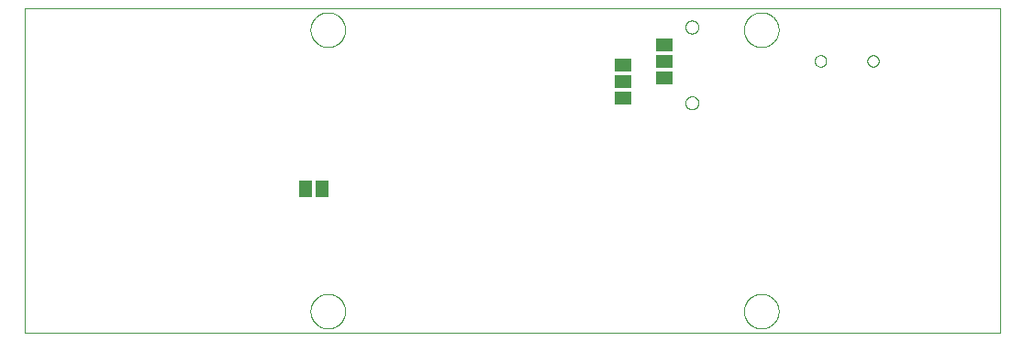
<source format=gbp>
G75*
%MOIN*%
%OFA0B0*%
%FSLAX25Y25*%
%IPPOS*%
%LPD*%
%AMOC8*
5,1,8,0,0,1.08239X$1,22.5*
%
%ADD10C,0.00000*%
%ADD11R,0.04600X0.06300*%
%ADD12R,0.06300X0.04600*%
D10*
X0001600Y0002700D02*
X0001600Y0120810D01*
X0355931Y0120810D01*
X0355931Y0002700D01*
X0001600Y0002700D01*
X0105537Y0010574D02*
X0105539Y0010732D01*
X0105545Y0010890D01*
X0105555Y0011048D01*
X0105569Y0011206D01*
X0105587Y0011363D01*
X0105608Y0011520D01*
X0105634Y0011676D01*
X0105664Y0011832D01*
X0105697Y0011987D01*
X0105735Y0012140D01*
X0105776Y0012293D01*
X0105821Y0012445D01*
X0105870Y0012596D01*
X0105923Y0012745D01*
X0105979Y0012893D01*
X0106039Y0013039D01*
X0106103Y0013184D01*
X0106171Y0013327D01*
X0106242Y0013469D01*
X0106316Y0013609D01*
X0106394Y0013746D01*
X0106476Y0013882D01*
X0106560Y0014016D01*
X0106649Y0014147D01*
X0106740Y0014276D01*
X0106835Y0014403D01*
X0106932Y0014528D01*
X0107033Y0014650D01*
X0107137Y0014769D01*
X0107244Y0014886D01*
X0107354Y0015000D01*
X0107467Y0015111D01*
X0107582Y0015220D01*
X0107700Y0015325D01*
X0107821Y0015427D01*
X0107944Y0015527D01*
X0108070Y0015623D01*
X0108198Y0015716D01*
X0108328Y0015806D01*
X0108461Y0015892D01*
X0108596Y0015976D01*
X0108732Y0016055D01*
X0108871Y0016132D01*
X0109012Y0016204D01*
X0109154Y0016274D01*
X0109298Y0016339D01*
X0109444Y0016401D01*
X0109591Y0016459D01*
X0109740Y0016514D01*
X0109890Y0016565D01*
X0110041Y0016612D01*
X0110193Y0016655D01*
X0110346Y0016694D01*
X0110501Y0016730D01*
X0110656Y0016761D01*
X0110812Y0016789D01*
X0110968Y0016813D01*
X0111125Y0016833D01*
X0111283Y0016849D01*
X0111440Y0016861D01*
X0111599Y0016869D01*
X0111757Y0016873D01*
X0111915Y0016873D01*
X0112073Y0016869D01*
X0112232Y0016861D01*
X0112389Y0016849D01*
X0112547Y0016833D01*
X0112704Y0016813D01*
X0112860Y0016789D01*
X0113016Y0016761D01*
X0113171Y0016730D01*
X0113326Y0016694D01*
X0113479Y0016655D01*
X0113631Y0016612D01*
X0113782Y0016565D01*
X0113932Y0016514D01*
X0114081Y0016459D01*
X0114228Y0016401D01*
X0114374Y0016339D01*
X0114518Y0016274D01*
X0114660Y0016204D01*
X0114801Y0016132D01*
X0114940Y0016055D01*
X0115076Y0015976D01*
X0115211Y0015892D01*
X0115344Y0015806D01*
X0115474Y0015716D01*
X0115602Y0015623D01*
X0115728Y0015527D01*
X0115851Y0015427D01*
X0115972Y0015325D01*
X0116090Y0015220D01*
X0116205Y0015111D01*
X0116318Y0015000D01*
X0116428Y0014886D01*
X0116535Y0014769D01*
X0116639Y0014650D01*
X0116740Y0014528D01*
X0116837Y0014403D01*
X0116932Y0014276D01*
X0117023Y0014147D01*
X0117112Y0014016D01*
X0117196Y0013882D01*
X0117278Y0013746D01*
X0117356Y0013609D01*
X0117430Y0013469D01*
X0117501Y0013327D01*
X0117569Y0013184D01*
X0117633Y0013039D01*
X0117693Y0012893D01*
X0117749Y0012745D01*
X0117802Y0012596D01*
X0117851Y0012445D01*
X0117896Y0012293D01*
X0117937Y0012140D01*
X0117975Y0011987D01*
X0118008Y0011832D01*
X0118038Y0011676D01*
X0118064Y0011520D01*
X0118085Y0011363D01*
X0118103Y0011206D01*
X0118117Y0011048D01*
X0118127Y0010890D01*
X0118133Y0010732D01*
X0118135Y0010574D01*
X0118133Y0010416D01*
X0118127Y0010258D01*
X0118117Y0010100D01*
X0118103Y0009942D01*
X0118085Y0009785D01*
X0118064Y0009628D01*
X0118038Y0009472D01*
X0118008Y0009316D01*
X0117975Y0009161D01*
X0117937Y0009008D01*
X0117896Y0008855D01*
X0117851Y0008703D01*
X0117802Y0008552D01*
X0117749Y0008403D01*
X0117693Y0008255D01*
X0117633Y0008109D01*
X0117569Y0007964D01*
X0117501Y0007821D01*
X0117430Y0007679D01*
X0117356Y0007539D01*
X0117278Y0007402D01*
X0117196Y0007266D01*
X0117112Y0007132D01*
X0117023Y0007001D01*
X0116932Y0006872D01*
X0116837Y0006745D01*
X0116740Y0006620D01*
X0116639Y0006498D01*
X0116535Y0006379D01*
X0116428Y0006262D01*
X0116318Y0006148D01*
X0116205Y0006037D01*
X0116090Y0005928D01*
X0115972Y0005823D01*
X0115851Y0005721D01*
X0115728Y0005621D01*
X0115602Y0005525D01*
X0115474Y0005432D01*
X0115344Y0005342D01*
X0115211Y0005256D01*
X0115076Y0005172D01*
X0114940Y0005093D01*
X0114801Y0005016D01*
X0114660Y0004944D01*
X0114518Y0004874D01*
X0114374Y0004809D01*
X0114228Y0004747D01*
X0114081Y0004689D01*
X0113932Y0004634D01*
X0113782Y0004583D01*
X0113631Y0004536D01*
X0113479Y0004493D01*
X0113326Y0004454D01*
X0113171Y0004418D01*
X0113016Y0004387D01*
X0112860Y0004359D01*
X0112704Y0004335D01*
X0112547Y0004315D01*
X0112389Y0004299D01*
X0112232Y0004287D01*
X0112073Y0004279D01*
X0111915Y0004275D01*
X0111757Y0004275D01*
X0111599Y0004279D01*
X0111440Y0004287D01*
X0111283Y0004299D01*
X0111125Y0004315D01*
X0110968Y0004335D01*
X0110812Y0004359D01*
X0110656Y0004387D01*
X0110501Y0004418D01*
X0110346Y0004454D01*
X0110193Y0004493D01*
X0110041Y0004536D01*
X0109890Y0004583D01*
X0109740Y0004634D01*
X0109591Y0004689D01*
X0109444Y0004747D01*
X0109298Y0004809D01*
X0109154Y0004874D01*
X0109012Y0004944D01*
X0108871Y0005016D01*
X0108732Y0005093D01*
X0108596Y0005172D01*
X0108461Y0005256D01*
X0108328Y0005342D01*
X0108198Y0005432D01*
X0108070Y0005525D01*
X0107944Y0005621D01*
X0107821Y0005721D01*
X0107700Y0005823D01*
X0107582Y0005928D01*
X0107467Y0006037D01*
X0107354Y0006148D01*
X0107244Y0006262D01*
X0107137Y0006379D01*
X0107033Y0006498D01*
X0106932Y0006620D01*
X0106835Y0006745D01*
X0106740Y0006872D01*
X0106649Y0007001D01*
X0106560Y0007132D01*
X0106476Y0007266D01*
X0106394Y0007402D01*
X0106316Y0007539D01*
X0106242Y0007679D01*
X0106171Y0007821D01*
X0106103Y0007964D01*
X0106039Y0008109D01*
X0105979Y0008255D01*
X0105923Y0008403D01*
X0105870Y0008552D01*
X0105821Y0008703D01*
X0105776Y0008855D01*
X0105735Y0009008D01*
X0105697Y0009161D01*
X0105664Y0009316D01*
X0105634Y0009472D01*
X0105608Y0009628D01*
X0105587Y0009785D01*
X0105569Y0009942D01*
X0105555Y0010100D01*
X0105545Y0010258D01*
X0105539Y0010416D01*
X0105537Y0010574D01*
X0263018Y0010574D02*
X0263020Y0010732D01*
X0263026Y0010890D01*
X0263036Y0011048D01*
X0263050Y0011206D01*
X0263068Y0011363D01*
X0263089Y0011520D01*
X0263115Y0011676D01*
X0263145Y0011832D01*
X0263178Y0011987D01*
X0263216Y0012140D01*
X0263257Y0012293D01*
X0263302Y0012445D01*
X0263351Y0012596D01*
X0263404Y0012745D01*
X0263460Y0012893D01*
X0263520Y0013039D01*
X0263584Y0013184D01*
X0263652Y0013327D01*
X0263723Y0013469D01*
X0263797Y0013609D01*
X0263875Y0013746D01*
X0263957Y0013882D01*
X0264041Y0014016D01*
X0264130Y0014147D01*
X0264221Y0014276D01*
X0264316Y0014403D01*
X0264413Y0014528D01*
X0264514Y0014650D01*
X0264618Y0014769D01*
X0264725Y0014886D01*
X0264835Y0015000D01*
X0264948Y0015111D01*
X0265063Y0015220D01*
X0265181Y0015325D01*
X0265302Y0015427D01*
X0265425Y0015527D01*
X0265551Y0015623D01*
X0265679Y0015716D01*
X0265809Y0015806D01*
X0265942Y0015892D01*
X0266077Y0015976D01*
X0266213Y0016055D01*
X0266352Y0016132D01*
X0266493Y0016204D01*
X0266635Y0016274D01*
X0266779Y0016339D01*
X0266925Y0016401D01*
X0267072Y0016459D01*
X0267221Y0016514D01*
X0267371Y0016565D01*
X0267522Y0016612D01*
X0267674Y0016655D01*
X0267827Y0016694D01*
X0267982Y0016730D01*
X0268137Y0016761D01*
X0268293Y0016789D01*
X0268449Y0016813D01*
X0268606Y0016833D01*
X0268764Y0016849D01*
X0268921Y0016861D01*
X0269080Y0016869D01*
X0269238Y0016873D01*
X0269396Y0016873D01*
X0269554Y0016869D01*
X0269713Y0016861D01*
X0269870Y0016849D01*
X0270028Y0016833D01*
X0270185Y0016813D01*
X0270341Y0016789D01*
X0270497Y0016761D01*
X0270652Y0016730D01*
X0270807Y0016694D01*
X0270960Y0016655D01*
X0271112Y0016612D01*
X0271263Y0016565D01*
X0271413Y0016514D01*
X0271562Y0016459D01*
X0271709Y0016401D01*
X0271855Y0016339D01*
X0271999Y0016274D01*
X0272141Y0016204D01*
X0272282Y0016132D01*
X0272421Y0016055D01*
X0272557Y0015976D01*
X0272692Y0015892D01*
X0272825Y0015806D01*
X0272955Y0015716D01*
X0273083Y0015623D01*
X0273209Y0015527D01*
X0273332Y0015427D01*
X0273453Y0015325D01*
X0273571Y0015220D01*
X0273686Y0015111D01*
X0273799Y0015000D01*
X0273909Y0014886D01*
X0274016Y0014769D01*
X0274120Y0014650D01*
X0274221Y0014528D01*
X0274318Y0014403D01*
X0274413Y0014276D01*
X0274504Y0014147D01*
X0274593Y0014016D01*
X0274677Y0013882D01*
X0274759Y0013746D01*
X0274837Y0013609D01*
X0274911Y0013469D01*
X0274982Y0013327D01*
X0275050Y0013184D01*
X0275114Y0013039D01*
X0275174Y0012893D01*
X0275230Y0012745D01*
X0275283Y0012596D01*
X0275332Y0012445D01*
X0275377Y0012293D01*
X0275418Y0012140D01*
X0275456Y0011987D01*
X0275489Y0011832D01*
X0275519Y0011676D01*
X0275545Y0011520D01*
X0275566Y0011363D01*
X0275584Y0011206D01*
X0275598Y0011048D01*
X0275608Y0010890D01*
X0275614Y0010732D01*
X0275616Y0010574D01*
X0275614Y0010416D01*
X0275608Y0010258D01*
X0275598Y0010100D01*
X0275584Y0009942D01*
X0275566Y0009785D01*
X0275545Y0009628D01*
X0275519Y0009472D01*
X0275489Y0009316D01*
X0275456Y0009161D01*
X0275418Y0009008D01*
X0275377Y0008855D01*
X0275332Y0008703D01*
X0275283Y0008552D01*
X0275230Y0008403D01*
X0275174Y0008255D01*
X0275114Y0008109D01*
X0275050Y0007964D01*
X0274982Y0007821D01*
X0274911Y0007679D01*
X0274837Y0007539D01*
X0274759Y0007402D01*
X0274677Y0007266D01*
X0274593Y0007132D01*
X0274504Y0007001D01*
X0274413Y0006872D01*
X0274318Y0006745D01*
X0274221Y0006620D01*
X0274120Y0006498D01*
X0274016Y0006379D01*
X0273909Y0006262D01*
X0273799Y0006148D01*
X0273686Y0006037D01*
X0273571Y0005928D01*
X0273453Y0005823D01*
X0273332Y0005721D01*
X0273209Y0005621D01*
X0273083Y0005525D01*
X0272955Y0005432D01*
X0272825Y0005342D01*
X0272692Y0005256D01*
X0272557Y0005172D01*
X0272421Y0005093D01*
X0272282Y0005016D01*
X0272141Y0004944D01*
X0271999Y0004874D01*
X0271855Y0004809D01*
X0271709Y0004747D01*
X0271562Y0004689D01*
X0271413Y0004634D01*
X0271263Y0004583D01*
X0271112Y0004536D01*
X0270960Y0004493D01*
X0270807Y0004454D01*
X0270652Y0004418D01*
X0270497Y0004387D01*
X0270341Y0004359D01*
X0270185Y0004335D01*
X0270028Y0004315D01*
X0269870Y0004299D01*
X0269713Y0004287D01*
X0269554Y0004279D01*
X0269396Y0004275D01*
X0269238Y0004275D01*
X0269080Y0004279D01*
X0268921Y0004287D01*
X0268764Y0004299D01*
X0268606Y0004315D01*
X0268449Y0004335D01*
X0268293Y0004359D01*
X0268137Y0004387D01*
X0267982Y0004418D01*
X0267827Y0004454D01*
X0267674Y0004493D01*
X0267522Y0004536D01*
X0267371Y0004583D01*
X0267221Y0004634D01*
X0267072Y0004689D01*
X0266925Y0004747D01*
X0266779Y0004809D01*
X0266635Y0004874D01*
X0266493Y0004944D01*
X0266352Y0005016D01*
X0266213Y0005093D01*
X0266077Y0005172D01*
X0265942Y0005256D01*
X0265809Y0005342D01*
X0265679Y0005432D01*
X0265551Y0005525D01*
X0265425Y0005621D01*
X0265302Y0005721D01*
X0265181Y0005823D01*
X0265063Y0005928D01*
X0264948Y0006037D01*
X0264835Y0006148D01*
X0264725Y0006262D01*
X0264618Y0006379D01*
X0264514Y0006498D01*
X0264413Y0006620D01*
X0264316Y0006745D01*
X0264221Y0006872D01*
X0264130Y0007001D01*
X0264041Y0007132D01*
X0263957Y0007266D01*
X0263875Y0007402D01*
X0263797Y0007539D01*
X0263723Y0007679D01*
X0263652Y0007821D01*
X0263584Y0007964D01*
X0263520Y0008109D01*
X0263460Y0008255D01*
X0263404Y0008403D01*
X0263351Y0008552D01*
X0263302Y0008703D01*
X0263257Y0008855D01*
X0263216Y0009008D01*
X0263178Y0009161D01*
X0263145Y0009316D01*
X0263115Y0009472D01*
X0263089Y0009628D01*
X0263068Y0009785D01*
X0263050Y0009942D01*
X0263036Y0010100D01*
X0263026Y0010258D01*
X0263020Y0010416D01*
X0263018Y0010574D01*
X0241738Y0086342D02*
X0241740Y0086439D01*
X0241746Y0086536D01*
X0241756Y0086632D01*
X0241770Y0086728D01*
X0241788Y0086824D01*
X0241809Y0086918D01*
X0241835Y0087012D01*
X0241864Y0087104D01*
X0241898Y0087195D01*
X0241934Y0087285D01*
X0241975Y0087373D01*
X0242019Y0087459D01*
X0242067Y0087544D01*
X0242118Y0087626D01*
X0242172Y0087707D01*
X0242230Y0087785D01*
X0242291Y0087860D01*
X0242354Y0087933D01*
X0242421Y0088004D01*
X0242491Y0088071D01*
X0242563Y0088136D01*
X0242638Y0088197D01*
X0242716Y0088256D01*
X0242795Y0088311D01*
X0242877Y0088363D01*
X0242961Y0088411D01*
X0243047Y0088456D01*
X0243135Y0088498D01*
X0243224Y0088536D01*
X0243315Y0088570D01*
X0243407Y0088600D01*
X0243500Y0088627D01*
X0243595Y0088649D01*
X0243690Y0088668D01*
X0243786Y0088683D01*
X0243882Y0088694D01*
X0243979Y0088701D01*
X0244076Y0088704D01*
X0244173Y0088703D01*
X0244270Y0088698D01*
X0244366Y0088689D01*
X0244462Y0088676D01*
X0244558Y0088659D01*
X0244653Y0088638D01*
X0244746Y0088614D01*
X0244839Y0088585D01*
X0244931Y0088553D01*
X0245021Y0088517D01*
X0245109Y0088478D01*
X0245196Y0088434D01*
X0245281Y0088388D01*
X0245364Y0088337D01*
X0245445Y0088284D01*
X0245523Y0088227D01*
X0245600Y0088167D01*
X0245673Y0088104D01*
X0245744Y0088038D01*
X0245812Y0087969D01*
X0245878Y0087897D01*
X0245940Y0087823D01*
X0245999Y0087746D01*
X0246055Y0087667D01*
X0246108Y0087585D01*
X0246158Y0087502D01*
X0246203Y0087416D01*
X0246246Y0087329D01*
X0246285Y0087240D01*
X0246320Y0087150D01*
X0246351Y0087058D01*
X0246378Y0086965D01*
X0246402Y0086871D01*
X0246422Y0086776D01*
X0246438Y0086680D01*
X0246450Y0086584D01*
X0246458Y0086487D01*
X0246462Y0086390D01*
X0246462Y0086294D01*
X0246458Y0086197D01*
X0246450Y0086100D01*
X0246438Y0086004D01*
X0246422Y0085908D01*
X0246402Y0085813D01*
X0246378Y0085719D01*
X0246351Y0085626D01*
X0246320Y0085534D01*
X0246285Y0085444D01*
X0246246Y0085355D01*
X0246203Y0085268D01*
X0246158Y0085182D01*
X0246108Y0085099D01*
X0246055Y0085017D01*
X0245999Y0084938D01*
X0245940Y0084861D01*
X0245878Y0084787D01*
X0245812Y0084715D01*
X0245744Y0084646D01*
X0245673Y0084580D01*
X0245600Y0084517D01*
X0245523Y0084457D01*
X0245445Y0084400D01*
X0245364Y0084347D01*
X0245281Y0084296D01*
X0245196Y0084250D01*
X0245109Y0084206D01*
X0245021Y0084167D01*
X0244931Y0084131D01*
X0244839Y0084099D01*
X0244746Y0084070D01*
X0244653Y0084046D01*
X0244558Y0084025D01*
X0244462Y0084008D01*
X0244366Y0083995D01*
X0244270Y0083986D01*
X0244173Y0083981D01*
X0244076Y0083980D01*
X0243979Y0083983D01*
X0243882Y0083990D01*
X0243786Y0084001D01*
X0243690Y0084016D01*
X0243595Y0084035D01*
X0243500Y0084057D01*
X0243407Y0084084D01*
X0243315Y0084114D01*
X0243224Y0084148D01*
X0243135Y0084186D01*
X0243047Y0084228D01*
X0242961Y0084273D01*
X0242877Y0084321D01*
X0242795Y0084373D01*
X0242716Y0084428D01*
X0242638Y0084487D01*
X0242563Y0084548D01*
X0242491Y0084613D01*
X0242421Y0084680D01*
X0242354Y0084751D01*
X0242291Y0084824D01*
X0242230Y0084899D01*
X0242172Y0084977D01*
X0242118Y0085058D01*
X0242067Y0085140D01*
X0242019Y0085225D01*
X0241975Y0085311D01*
X0241934Y0085399D01*
X0241898Y0085489D01*
X0241864Y0085580D01*
X0241835Y0085672D01*
X0241809Y0085766D01*
X0241788Y0085860D01*
X0241770Y0085956D01*
X0241756Y0086052D01*
X0241746Y0086148D01*
X0241740Y0086245D01*
X0241738Y0086342D01*
X0288736Y0101578D02*
X0288738Y0101669D01*
X0288744Y0101759D01*
X0288754Y0101850D01*
X0288768Y0101939D01*
X0288786Y0102028D01*
X0288807Y0102117D01*
X0288833Y0102204D01*
X0288862Y0102290D01*
X0288896Y0102374D01*
X0288932Y0102457D01*
X0288973Y0102539D01*
X0289017Y0102618D01*
X0289064Y0102696D01*
X0289115Y0102771D01*
X0289169Y0102844D01*
X0289226Y0102914D01*
X0289286Y0102982D01*
X0289349Y0103048D01*
X0289415Y0103110D01*
X0289484Y0103169D01*
X0289555Y0103226D01*
X0289629Y0103279D01*
X0289705Y0103329D01*
X0289783Y0103376D01*
X0289863Y0103419D01*
X0289944Y0103458D01*
X0290028Y0103494D01*
X0290113Y0103526D01*
X0290199Y0103555D01*
X0290286Y0103579D01*
X0290375Y0103600D01*
X0290464Y0103617D01*
X0290554Y0103630D01*
X0290644Y0103639D01*
X0290735Y0103644D01*
X0290826Y0103645D01*
X0290916Y0103642D01*
X0291007Y0103635D01*
X0291097Y0103624D01*
X0291187Y0103609D01*
X0291276Y0103590D01*
X0291364Y0103568D01*
X0291450Y0103541D01*
X0291536Y0103511D01*
X0291620Y0103477D01*
X0291703Y0103439D01*
X0291784Y0103398D01*
X0291863Y0103353D01*
X0291940Y0103304D01*
X0292014Y0103253D01*
X0292087Y0103198D01*
X0292157Y0103140D01*
X0292224Y0103079D01*
X0292288Y0103015D01*
X0292350Y0102949D01*
X0292409Y0102879D01*
X0292464Y0102808D01*
X0292517Y0102733D01*
X0292566Y0102657D01*
X0292612Y0102579D01*
X0292654Y0102498D01*
X0292693Y0102416D01*
X0292728Y0102332D01*
X0292759Y0102247D01*
X0292786Y0102160D01*
X0292810Y0102073D01*
X0292830Y0101984D01*
X0292846Y0101895D01*
X0292858Y0101805D01*
X0292866Y0101714D01*
X0292870Y0101623D01*
X0292870Y0101533D01*
X0292866Y0101442D01*
X0292858Y0101351D01*
X0292846Y0101261D01*
X0292830Y0101172D01*
X0292810Y0101083D01*
X0292786Y0100996D01*
X0292759Y0100909D01*
X0292728Y0100824D01*
X0292693Y0100740D01*
X0292654Y0100658D01*
X0292612Y0100577D01*
X0292566Y0100499D01*
X0292517Y0100423D01*
X0292464Y0100348D01*
X0292409Y0100277D01*
X0292350Y0100207D01*
X0292288Y0100141D01*
X0292224Y0100077D01*
X0292157Y0100016D01*
X0292087Y0099958D01*
X0292014Y0099903D01*
X0291940Y0099852D01*
X0291863Y0099803D01*
X0291784Y0099758D01*
X0291703Y0099717D01*
X0291620Y0099679D01*
X0291536Y0099645D01*
X0291450Y0099615D01*
X0291364Y0099588D01*
X0291276Y0099566D01*
X0291187Y0099547D01*
X0291097Y0099532D01*
X0291007Y0099521D01*
X0290916Y0099514D01*
X0290826Y0099511D01*
X0290735Y0099512D01*
X0290644Y0099517D01*
X0290554Y0099526D01*
X0290464Y0099539D01*
X0290375Y0099556D01*
X0290286Y0099577D01*
X0290199Y0099601D01*
X0290113Y0099630D01*
X0290028Y0099662D01*
X0289944Y0099698D01*
X0289863Y0099737D01*
X0289783Y0099780D01*
X0289705Y0099827D01*
X0289629Y0099877D01*
X0289555Y0099930D01*
X0289484Y0099987D01*
X0289415Y0100046D01*
X0289349Y0100108D01*
X0289286Y0100174D01*
X0289226Y0100242D01*
X0289169Y0100312D01*
X0289115Y0100385D01*
X0289064Y0100460D01*
X0289017Y0100538D01*
X0288973Y0100617D01*
X0288932Y0100699D01*
X0288896Y0100782D01*
X0288862Y0100866D01*
X0288833Y0100952D01*
X0288807Y0101039D01*
X0288786Y0101128D01*
X0288768Y0101217D01*
X0288754Y0101306D01*
X0288744Y0101397D01*
X0288738Y0101487D01*
X0288736Y0101578D01*
X0307830Y0101578D02*
X0307832Y0101669D01*
X0307838Y0101759D01*
X0307848Y0101850D01*
X0307862Y0101939D01*
X0307880Y0102028D01*
X0307901Y0102117D01*
X0307927Y0102204D01*
X0307956Y0102290D01*
X0307990Y0102374D01*
X0308026Y0102457D01*
X0308067Y0102539D01*
X0308111Y0102618D01*
X0308158Y0102696D01*
X0308209Y0102771D01*
X0308263Y0102844D01*
X0308320Y0102914D01*
X0308380Y0102982D01*
X0308443Y0103048D01*
X0308509Y0103110D01*
X0308578Y0103169D01*
X0308649Y0103226D01*
X0308723Y0103279D01*
X0308799Y0103329D01*
X0308877Y0103376D01*
X0308957Y0103419D01*
X0309038Y0103458D01*
X0309122Y0103494D01*
X0309207Y0103526D01*
X0309293Y0103555D01*
X0309380Y0103579D01*
X0309469Y0103600D01*
X0309558Y0103617D01*
X0309648Y0103630D01*
X0309738Y0103639D01*
X0309829Y0103644D01*
X0309920Y0103645D01*
X0310010Y0103642D01*
X0310101Y0103635D01*
X0310191Y0103624D01*
X0310281Y0103609D01*
X0310370Y0103590D01*
X0310458Y0103568D01*
X0310544Y0103541D01*
X0310630Y0103511D01*
X0310714Y0103477D01*
X0310797Y0103439D01*
X0310878Y0103398D01*
X0310957Y0103353D01*
X0311034Y0103304D01*
X0311108Y0103253D01*
X0311181Y0103198D01*
X0311251Y0103140D01*
X0311318Y0103079D01*
X0311382Y0103015D01*
X0311444Y0102949D01*
X0311503Y0102879D01*
X0311558Y0102808D01*
X0311611Y0102733D01*
X0311660Y0102657D01*
X0311706Y0102579D01*
X0311748Y0102498D01*
X0311787Y0102416D01*
X0311822Y0102332D01*
X0311853Y0102247D01*
X0311880Y0102160D01*
X0311904Y0102073D01*
X0311924Y0101984D01*
X0311940Y0101895D01*
X0311952Y0101805D01*
X0311960Y0101714D01*
X0311964Y0101623D01*
X0311964Y0101533D01*
X0311960Y0101442D01*
X0311952Y0101351D01*
X0311940Y0101261D01*
X0311924Y0101172D01*
X0311904Y0101083D01*
X0311880Y0100996D01*
X0311853Y0100909D01*
X0311822Y0100824D01*
X0311787Y0100740D01*
X0311748Y0100658D01*
X0311706Y0100577D01*
X0311660Y0100499D01*
X0311611Y0100423D01*
X0311558Y0100348D01*
X0311503Y0100277D01*
X0311444Y0100207D01*
X0311382Y0100141D01*
X0311318Y0100077D01*
X0311251Y0100016D01*
X0311181Y0099958D01*
X0311108Y0099903D01*
X0311034Y0099852D01*
X0310957Y0099803D01*
X0310878Y0099758D01*
X0310797Y0099717D01*
X0310714Y0099679D01*
X0310630Y0099645D01*
X0310544Y0099615D01*
X0310458Y0099588D01*
X0310370Y0099566D01*
X0310281Y0099547D01*
X0310191Y0099532D01*
X0310101Y0099521D01*
X0310010Y0099514D01*
X0309920Y0099511D01*
X0309829Y0099512D01*
X0309738Y0099517D01*
X0309648Y0099526D01*
X0309558Y0099539D01*
X0309469Y0099556D01*
X0309380Y0099577D01*
X0309293Y0099601D01*
X0309207Y0099630D01*
X0309122Y0099662D01*
X0309038Y0099698D01*
X0308957Y0099737D01*
X0308877Y0099780D01*
X0308799Y0099827D01*
X0308723Y0099877D01*
X0308649Y0099930D01*
X0308578Y0099987D01*
X0308509Y0100046D01*
X0308443Y0100108D01*
X0308380Y0100174D01*
X0308320Y0100242D01*
X0308263Y0100312D01*
X0308209Y0100385D01*
X0308158Y0100460D01*
X0308111Y0100538D01*
X0308067Y0100617D01*
X0308026Y0100699D01*
X0307990Y0100782D01*
X0307956Y0100866D01*
X0307927Y0100952D01*
X0307901Y0101039D01*
X0307880Y0101128D01*
X0307862Y0101217D01*
X0307848Y0101306D01*
X0307838Y0101397D01*
X0307832Y0101487D01*
X0307830Y0101578D01*
X0263018Y0112936D02*
X0263020Y0113094D01*
X0263026Y0113252D01*
X0263036Y0113410D01*
X0263050Y0113568D01*
X0263068Y0113725D01*
X0263089Y0113882D01*
X0263115Y0114038D01*
X0263145Y0114194D01*
X0263178Y0114349D01*
X0263216Y0114502D01*
X0263257Y0114655D01*
X0263302Y0114807D01*
X0263351Y0114958D01*
X0263404Y0115107D01*
X0263460Y0115255D01*
X0263520Y0115401D01*
X0263584Y0115546D01*
X0263652Y0115689D01*
X0263723Y0115831D01*
X0263797Y0115971D01*
X0263875Y0116108D01*
X0263957Y0116244D01*
X0264041Y0116378D01*
X0264130Y0116509D01*
X0264221Y0116638D01*
X0264316Y0116765D01*
X0264413Y0116890D01*
X0264514Y0117012D01*
X0264618Y0117131D01*
X0264725Y0117248D01*
X0264835Y0117362D01*
X0264948Y0117473D01*
X0265063Y0117582D01*
X0265181Y0117687D01*
X0265302Y0117789D01*
X0265425Y0117889D01*
X0265551Y0117985D01*
X0265679Y0118078D01*
X0265809Y0118168D01*
X0265942Y0118254D01*
X0266077Y0118338D01*
X0266213Y0118417D01*
X0266352Y0118494D01*
X0266493Y0118566D01*
X0266635Y0118636D01*
X0266779Y0118701D01*
X0266925Y0118763D01*
X0267072Y0118821D01*
X0267221Y0118876D01*
X0267371Y0118927D01*
X0267522Y0118974D01*
X0267674Y0119017D01*
X0267827Y0119056D01*
X0267982Y0119092D01*
X0268137Y0119123D01*
X0268293Y0119151D01*
X0268449Y0119175D01*
X0268606Y0119195D01*
X0268764Y0119211D01*
X0268921Y0119223D01*
X0269080Y0119231D01*
X0269238Y0119235D01*
X0269396Y0119235D01*
X0269554Y0119231D01*
X0269713Y0119223D01*
X0269870Y0119211D01*
X0270028Y0119195D01*
X0270185Y0119175D01*
X0270341Y0119151D01*
X0270497Y0119123D01*
X0270652Y0119092D01*
X0270807Y0119056D01*
X0270960Y0119017D01*
X0271112Y0118974D01*
X0271263Y0118927D01*
X0271413Y0118876D01*
X0271562Y0118821D01*
X0271709Y0118763D01*
X0271855Y0118701D01*
X0271999Y0118636D01*
X0272141Y0118566D01*
X0272282Y0118494D01*
X0272421Y0118417D01*
X0272557Y0118338D01*
X0272692Y0118254D01*
X0272825Y0118168D01*
X0272955Y0118078D01*
X0273083Y0117985D01*
X0273209Y0117889D01*
X0273332Y0117789D01*
X0273453Y0117687D01*
X0273571Y0117582D01*
X0273686Y0117473D01*
X0273799Y0117362D01*
X0273909Y0117248D01*
X0274016Y0117131D01*
X0274120Y0117012D01*
X0274221Y0116890D01*
X0274318Y0116765D01*
X0274413Y0116638D01*
X0274504Y0116509D01*
X0274593Y0116378D01*
X0274677Y0116244D01*
X0274759Y0116108D01*
X0274837Y0115971D01*
X0274911Y0115831D01*
X0274982Y0115689D01*
X0275050Y0115546D01*
X0275114Y0115401D01*
X0275174Y0115255D01*
X0275230Y0115107D01*
X0275283Y0114958D01*
X0275332Y0114807D01*
X0275377Y0114655D01*
X0275418Y0114502D01*
X0275456Y0114349D01*
X0275489Y0114194D01*
X0275519Y0114038D01*
X0275545Y0113882D01*
X0275566Y0113725D01*
X0275584Y0113568D01*
X0275598Y0113410D01*
X0275608Y0113252D01*
X0275614Y0113094D01*
X0275616Y0112936D01*
X0275614Y0112778D01*
X0275608Y0112620D01*
X0275598Y0112462D01*
X0275584Y0112304D01*
X0275566Y0112147D01*
X0275545Y0111990D01*
X0275519Y0111834D01*
X0275489Y0111678D01*
X0275456Y0111523D01*
X0275418Y0111370D01*
X0275377Y0111217D01*
X0275332Y0111065D01*
X0275283Y0110914D01*
X0275230Y0110765D01*
X0275174Y0110617D01*
X0275114Y0110471D01*
X0275050Y0110326D01*
X0274982Y0110183D01*
X0274911Y0110041D01*
X0274837Y0109901D01*
X0274759Y0109764D01*
X0274677Y0109628D01*
X0274593Y0109494D01*
X0274504Y0109363D01*
X0274413Y0109234D01*
X0274318Y0109107D01*
X0274221Y0108982D01*
X0274120Y0108860D01*
X0274016Y0108741D01*
X0273909Y0108624D01*
X0273799Y0108510D01*
X0273686Y0108399D01*
X0273571Y0108290D01*
X0273453Y0108185D01*
X0273332Y0108083D01*
X0273209Y0107983D01*
X0273083Y0107887D01*
X0272955Y0107794D01*
X0272825Y0107704D01*
X0272692Y0107618D01*
X0272557Y0107534D01*
X0272421Y0107455D01*
X0272282Y0107378D01*
X0272141Y0107306D01*
X0271999Y0107236D01*
X0271855Y0107171D01*
X0271709Y0107109D01*
X0271562Y0107051D01*
X0271413Y0106996D01*
X0271263Y0106945D01*
X0271112Y0106898D01*
X0270960Y0106855D01*
X0270807Y0106816D01*
X0270652Y0106780D01*
X0270497Y0106749D01*
X0270341Y0106721D01*
X0270185Y0106697D01*
X0270028Y0106677D01*
X0269870Y0106661D01*
X0269713Y0106649D01*
X0269554Y0106641D01*
X0269396Y0106637D01*
X0269238Y0106637D01*
X0269080Y0106641D01*
X0268921Y0106649D01*
X0268764Y0106661D01*
X0268606Y0106677D01*
X0268449Y0106697D01*
X0268293Y0106721D01*
X0268137Y0106749D01*
X0267982Y0106780D01*
X0267827Y0106816D01*
X0267674Y0106855D01*
X0267522Y0106898D01*
X0267371Y0106945D01*
X0267221Y0106996D01*
X0267072Y0107051D01*
X0266925Y0107109D01*
X0266779Y0107171D01*
X0266635Y0107236D01*
X0266493Y0107306D01*
X0266352Y0107378D01*
X0266213Y0107455D01*
X0266077Y0107534D01*
X0265942Y0107618D01*
X0265809Y0107704D01*
X0265679Y0107794D01*
X0265551Y0107887D01*
X0265425Y0107983D01*
X0265302Y0108083D01*
X0265181Y0108185D01*
X0265063Y0108290D01*
X0264948Y0108399D01*
X0264835Y0108510D01*
X0264725Y0108624D01*
X0264618Y0108741D01*
X0264514Y0108860D01*
X0264413Y0108982D01*
X0264316Y0109107D01*
X0264221Y0109234D01*
X0264130Y0109363D01*
X0264041Y0109494D01*
X0263957Y0109628D01*
X0263875Y0109764D01*
X0263797Y0109901D01*
X0263723Y0110041D01*
X0263652Y0110183D01*
X0263584Y0110326D01*
X0263520Y0110471D01*
X0263460Y0110617D01*
X0263404Y0110765D01*
X0263351Y0110914D01*
X0263302Y0111065D01*
X0263257Y0111217D01*
X0263216Y0111370D01*
X0263178Y0111523D01*
X0263145Y0111678D01*
X0263115Y0111834D01*
X0263089Y0111990D01*
X0263068Y0112147D01*
X0263050Y0112304D01*
X0263036Y0112462D01*
X0263026Y0112620D01*
X0263020Y0112778D01*
X0263018Y0112936D01*
X0241738Y0113901D02*
X0241740Y0113998D01*
X0241746Y0114095D01*
X0241756Y0114191D01*
X0241770Y0114287D01*
X0241788Y0114383D01*
X0241809Y0114477D01*
X0241835Y0114571D01*
X0241864Y0114663D01*
X0241898Y0114754D01*
X0241934Y0114844D01*
X0241975Y0114932D01*
X0242019Y0115018D01*
X0242067Y0115103D01*
X0242118Y0115185D01*
X0242172Y0115266D01*
X0242230Y0115344D01*
X0242291Y0115419D01*
X0242354Y0115492D01*
X0242421Y0115563D01*
X0242491Y0115630D01*
X0242563Y0115695D01*
X0242638Y0115756D01*
X0242716Y0115815D01*
X0242795Y0115870D01*
X0242877Y0115922D01*
X0242961Y0115970D01*
X0243047Y0116015D01*
X0243135Y0116057D01*
X0243224Y0116095D01*
X0243315Y0116129D01*
X0243407Y0116159D01*
X0243500Y0116186D01*
X0243595Y0116208D01*
X0243690Y0116227D01*
X0243786Y0116242D01*
X0243882Y0116253D01*
X0243979Y0116260D01*
X0244076Y0116263D01*
X0244173Y0116262D01*
X0244270Y0116257D01*
X0244366Y0116248D01*
X0244462Y0116235D01*
X0244558Y0116218D01*
X0244653Y0116197D01*
X0244746Y0116173D01*
X0244839Y0116144D01*
X0244931Y0116112D01*
X0245021Y0116076D01*
X0245109Y0116037D01*
X0245196Y0115993D01*
X0245281Y0115947D01*
X0245364Y0115896D01*
X0245445Y0115843D01*
X0245523Y0115786D01*
X0245600Y0115726D01*
X0245673Y0115663D01*
X0245744Y0115597D01*
X0245812Y0115528D01*
X0245878Y0115456D01*
X0245940Y0115382D01*
X0245999Y0115305D01*
X0246055Y0115226D01*
X0246108Y0115144D01*
X0246158Y0115061D01*
X0246203Y0114975D01*
X0246246Y0114888D01*
X0246285Y0114799D01*
X0246320Y0114709D01*
X0246351Y0114617D01*
X0246378Y0114524D01*
X0246402Y0114430D01*
X0246422Y0114335D01*
X0246438Y0114239D01*
X0246450Y0114143D01*
X0246458Y0114046D01*
X0246462Y0113949D01*
X0246462Y0113853D01*
X0246458Y0113756D01*
X0246450Y0113659D01*
X0246438Y0113563D01*
X0246422Y0113467D01*
X0246402Y0113372D01*
X0246378Y0113278D01*
X0246351Y0113185D01*
X0246320Y0113093D01*
X0246285Y0113003D01*
X0246246Y0112914D01*
X0246203Y0112827D01*
X0246158Y0112741D01*
X0246108Y0112658D01*
X0246055Y0112576D01*
X0245999Y0112497D01*
X0245940Y0112420D01*
X0245878Y0112346D01*
X0245812Y0112274D01*
X0245744Y0112205D01*
X0245673Y0112139D01*
X0245600Y0112076D01*
X0245523Y0112016D01*
X0245445Y0111959D01*
X0245364Y0111906D01*
X0245281Y0111855D01*
X0245196Y0111809D01*
X0245109Y0111765D01*
X0245021Y0111726D01*
X0244931Y0111690D01*
X0244839Y0111658D01*
X0244746Y0111629D01*
X0244653Y0111605D01*
X0244558Y0111584D01*
X0244462Y0111567D01*
X0244366Y0111554D01*
X0244270Y0111545D01*
X0244173Y0111540D01*
X0244076Y0111539D01*
X0243979Y0111542D01*
X0243882Y0111549D01*
X0243786Y0111560D01*
X0243690Y0111575D01*
X0243595Y0111594D01*
X0243500Y0111616D01*
X0243407Y0111643D01*
X0243315Y0111673D01*
X0243224Y0111707D01*
X0243135Y0111745D01*
X0243047Y0111787D01*
X0242961Y0111832D01*
X0242877Y0111880D01*
X0242795Y0111932D01*
X0242716Y0111987D01*
X0242638Y0112046D01*
X0242563Y0112107D01*
X0242491Y0112172D01*
X0242421Y0112239D01*
X0242354Y0112310D01*
X0242291Y0112383D01*
X0242230Y0112458D01*
X0242172Y0112536D01*
X0242118Y0112617D01*
X0242067Y0112699D01*
X0242019Y0112784D01*
X0241975Y0112870D01*
X0241934Y0112958D01*
X0241898Y0113048D01*
X0241864Y0113139D01*
X0241835Y0113231D01*
X0241809Y0113325D01*
X0241788Y0113419D01*
X0241770Y0113515D01*
X0241756Y0113611D01*
X0241746Y0113707D01*
X0241740Y0113804D01*
X0241738Y0113901D01*
X0105537Y0112936D02*
X0105539Y0113094D01*
X0105545Y0113252D01*
X0105555Y0113410D01*
X0105569Y0113568D01*
X0105587Y0113725D01*
X0105608Y0113882D01*
X0105634Y0114038D01*
X0105664Y0114194D01*
X0105697Y0114349D01*
X0105735Y0114502D01*
X0105776Y0114655D01*
X0105821Y0114807D01*
X0105870Y0114958D01*
X0105923Y0115107D01*
X0105979Y0115255D01*
X0106039Y0115401D01*
X0106103Y0115546D01*
X0106171Y0115689D01*
X0106242Y0115831D01*
X0106316Y0115971D01*
X0106394Y0116108D01*
X0106476Y0116244D01*
X0106560Y0116378D01*
X0106649Y0116509D01*
X0106740Y0116638D01*
X0106835Y0116765D01*
X0106932Y0116890D01*
X0107033Y0117012D01*
X0107137Y0117131D01*
X0107244Y0117248D01*
X0107354Y0117362D01*
X0107467Y0117473D01*
X0107582Y0117582D01*
X0107700Y0117687D01*
X0107821Y0117789D01*
X0107944Y0117889D01*
X0108070Y0117985D01*
X0108198Y0118078D01*
X0108328Y0118168D01*
X0108461Y0118254D01*
X0108596Y0118338D01*
X0108732Y0118417D01*
X0108871Y0118494D01*
X0109012Y0118566D01*
X0109154Y0118636D01*
X0109298Y0118701D01*
X0109444Y0118763D01*
X0109591Y0118821D01*
X0109740Y0118876D01*
X0109890Y0118927D01*
X0110041Y0118974D01*
X0110193Y0119017D01*
X0110346Y0119056D01*
X0110501Y0119092D01*
X0110656Y0119123D01*
X0110812Y0119151D01*
X0110968Y0119175D01*
X0111125Y0119195D01*
X0111283Y0119211D01*
X0111440Y0119223D01*
X0111599Y0119231D01*
X0111757Y0119235D01*
X0111915Y0119235D01*
X0112073Y0119231D01*
X0112232Y0119223D01*
X0112389Y0119211D01*
X0112547Y0119195D01*
X0112704Y0119175D01*
X0112860Y0119151D01*
X0113016Y0119123D01*
X0113171Y0119092D01*
X0113326Y0119056D01*
X0113479Y0119017D01*
X0113631Y0118974D01*
X0113782Y0118927D01*
X0113932Y0118876D01*
X0114081Y0118821D01*
X0114228Y0118763D01*
X0114374Y0118701D01*
X0114518Y0118636D01*
X0114660Y0118566D01*
X0114801Y0118494D01*
X0114940Y0118417D01*
X0115076Y0118338D01*
X0115211Y0118254D01*
X0115344Y0118168D01*
X0115474Y0118078D01*
X0115602Y0117985D01*
X0115728Y0117889D01*
X0115851Y0117789D01*
X0115972Y0117687D01*
X0116090Y0117582D01*
X0116205Y0117473D01*
X0116318Y0117362D01*
X0116428Y0117248D01*
X0116535Y0117131D01*
X0116639Y0117012D01*
X0116740Y0116890D01*
X0116837Y0116765D01*
X0116932Y0116638D01*
X0117023Y0116509D01*
X0117112Y0116378D01*
X0117196Y0116244D01*
X0117278Y0116108D01*
X0117356Y0115971D01*
X0117430Y0115831D01*
X0117501Y0115689D01*
X0117569Y0115546D01*
X0117633Y0115401D01*
X0117693Y0115255D01*
X0117749Y0115107D01*
X0117802Y0114958D01*
X0117851Y0114807D01*
X0117896Y0114655D01*
X0117937Y0114502D01*
X0117975Y0114349D01*
X0118008Y0114194D01*
X0118038Y0114038D01*
X0118064Y0113882D01*
X0118085Y0113725D01*
X0118103Y0113568D01*
X0118117Y0113410D01*
X0118127Y0113252D01*
X0118133Y0113094D01*
X0118135Y0112936D01*
X0118133Y0112778D01*
X0118127Y0112620D01*
X0118117Y0112462D01*
X0118103Y0112304D01*
X0118085Y0112147D01*
X0118064Y0111990D01*
X0118038Y0111834D01*
X0118008Y0111678D01*
X0117975Y0111523D01*
X0117937Y0111370D01*
X0117896Y0111217D01*
X0117851Y0111065D01*
X0117802Y0110914D01*
X0117749Y0110765D01*
X0117693Y0110617D01*
X0117633Y0110471D01*
X0117569Y0110326D01*
X0117501Y0110183D01*
X0117430Y0110041D01*
X0117356Y0109901D01*
X0117278Y0109764D01*
X0117196Y0109628D01*
X0117112Y0109494D01*
X0117023Y0109363D01*
X0116932Y0109234D01*
X0116837Y0109107D01*
X0116740Y0108982D01*
X0116639Y0108860D01*
X0116535Y0108741D01*
X0116428Y0108624D01*
X0116318Y0108510D01*
X0116205Y0108399D01*
X0116090Y0108290D01*
X0115972Y0108185D01*
X0115851Y0108083D01*
X0115728Y0107983D01*
X0115602Y0107887D01*
X0115474Y0107794D01*
X0115344Y0107704D01*
X0115211Y0107618D01*
X0115076Y0107534D01*
X0114940Y0107455D01*
X0114801Y0107378D01*
X0114660Y0107306D01*
X0114518Y0107236D01*
X0114374Y0107171D01*
X0114228Y0107109D01*
X0114081Y0107051D01*
X0113932Y0106996D01*
X0113782Y0106945D01*
X0113631Y0106898D01*
X0113479Y0106855D01*
X0113326Y0106816D01*
X0113171Y0106780D01*
X0113016Y0106749D01*
X0112860Y0106721D01*
X0112704Y0106697D01*
X0112547Y0106677D01*
X0112389Y0106661D01*
X0112232Y0106649D01*
X0112073Y0106641D01*
X0111915Y0106637D01*
X0111757Y0106637D01*
X0111599Y0106641D01*
X0111440Y0106649D01*
X0111283Y0106661D01*
X0111125Y0106677D01*
X0110968Y0106697D01*
X0110812Y0106721D01*
X0110656Y0106749D01*
X0110501Y0106780D01*
X0110346Y0106816D01*
X0110193Y0106855D01*
X0110041Y0106898D01*
X0109890Y0106945D01*
X0109740Y0106996D01*
X0109591Y0107051D01*
X0109444Y0107109D01*
X0109298Y0107171D01*
X0109154Y0107236D01*
X0109012Y0107306D01*
X0108871Y0107378D01*
X0108732Y0107455D01*
X0108596Y0107534D01*
X0108461Y0107618D01*
X0108328Y0107704D01*
X0108198Y0107794D01*
X0108070Y0107887D01*
X0107944Y0107983D01*
X0107821Y0108083D01*
X0107700Y0108185D01*
X0107582Y0108290D01*
X0107467Y0108399D01*
X0107354Y0108510D01*
X0107244Y0108624D01*
X0107137Y0108741D01*
X0107033Y0108860D01*
X0106932Y0108982D01*
X0106835Y0109107D01*
X0106740Y0109234D01*
X0106649Y0109363D01*
X0106560Y0109494D01*
X0106476Y0109628D01*
X0106394Y0109764D01*
X0106316Y0109901D01*
X0106242Y0110041D01*
X0106171Y0110183D01*
X0106103Y0110326D01*
X0106039Y0110471D01*
X0105979Y0110617D01*
X0105923Y0110765D01*
X0105870Y0110914D01*
X0105821Y0111065D01*
X0105776Y0111217D01*
X0105735Y0111370D01*
X0105697Y0111523D01*
X0105664Y0111678D01*
X0105634Y0111834D01*
X0105608Y0111990D01*
X0105587Y0112147D01*
X0105569Y0112304D01*
X0105555Y0112462D01*
X0105545Y0112620D01*
X0105539Y0112778D01*
X0105537Y0112936D01*
D11*
X0103600Y0055200D03*
X0109600Y0055200D03*
D12*
X0219100Y0087950D03*
X0219100Y0093950D03*
X0234100Y0095450D03*
X0219100Y0099950D03*
X0234100Y0101450D03*
X0234100Y0107450D03*
M02*

</source>
